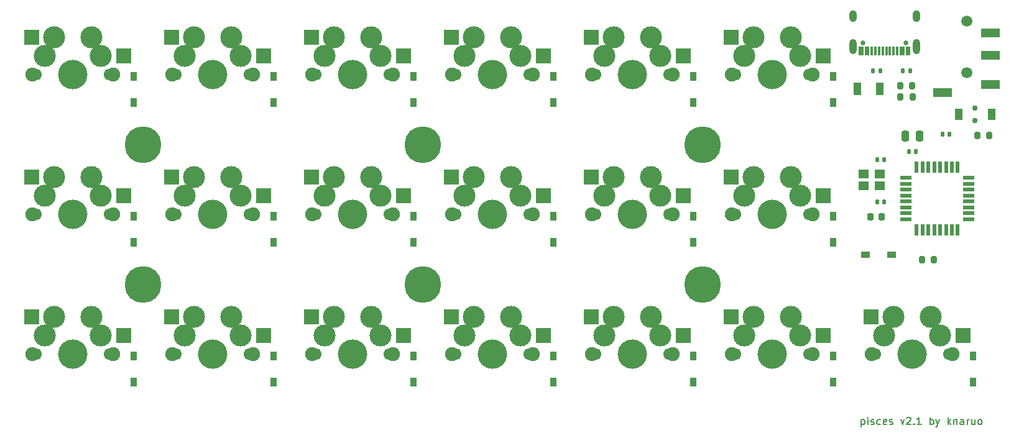
<source format=gbr>
%TF.GenerationSoftware,KiCad,Pcbnew,8.0.7*%
%TF.CreationDate,2024-12-30T11:07:06+09:00*%
%TF.ProjectId,pisces,70697363-6573-42e6-9b69-6361645f7063,rev?*%
%TF.SameCoordinates,Original*%
%TF.FileFunction,Soldermask,Top*%
%TF.FilePolarity,Negative*%
%FSLAX46Y46*%
G04 Gerber Fmt 4.6, Leading zero omitted, Abs format (unit mm)*
G04 Created by KiCad (PCBNEW 8.0.7) date 2024-12-30 11:07:06*
%MOMM*%
%LPD*%
G01*
G04 APERTURE LIST*
G04 Aperture macros list*
%AMRoundRect*
0 Rectangle with rounded corners*
0 $1 Rounding radius*
0 $2 $3 $4 $5 $6 $7 $8 $9 X,Y pos of 4 corners*
0 Add a 4 corners polygon primitive as box body*
4,1,4,$2,$3,$4,$5,$6,$7,$8,$9,$2,$3,0*
0 Add four circle primitives for the rounded corners*
1,1,$1+$1,$2,$3*
1,1,$1+$1,$4,$5*
1,1,$1+$1,$6,$7*
1,1,$1+$1,$8,$9*
0 Add four rect primitives between the rounded corners*
20,1,$1+$1,$2,$3,$4,$5,0*
20,1,$1+$1,$4,$5,$6,$7,0*
20,1,$1+$1,$6,$7,$8,$9,0*
20,1,$1+$1,$8,$9,$2,$3,0*%
G04 Aperture macros list end*
%ADD10C,0.150000*%
%ADD11C,5.000000*%
%ADD12RoundRect,0.140000X0.140000X0.170000X-0.140000X0.170000X-0.140000X-0.170000X0.140000X-0.170000X0*%
%ADD13RoundRect,0.140000X-0.140000X-0.170000X0.140000X-0.170000X0.140000X0.170000X-0.140000X0.170000X0*%
%ADD14RoundRect,0.250000X0.250000X0.475000X-0.250000X0.475000X-0.250000X-0.475000X0.250000X-0.475000X0*%
%ADD15RoundRect,0.225000X0.225000X0.250000X-0.225000X0.250000X-0.225000X-0.250000X0.225000X-0.250000X0*%
%ADD16R,1.060000X1.820000*%
%ADD17C,0.650000*%
%ADD18R,0.300000X1.150000*%
%ADD19O,1.000000X2.100000*%
%ADD20O,1.000000X1.600000*%
%ADD21RoundRect,0.200000X0.200000X0.275000X-0.200000X0.275000X-0.200000X-0.275000X0.200000X-0.275000X0*%
%ADD22RoundRect,0.200000X-0.200000X-0.275000X0.200000X-0.275000X0.200000X0.275000X-0.200000X0.275000X0*%
%ADD23C,1.900000*%
%ADD24C,1.700000*%
%ADD25C,3.000000*%
%ADD26C,4.000000*%
%ADD27R,2.000000X2.000000*%
%ADD28R,1.600000X0.550000*%
%ADD29R,0.550000X1.600000*%
%ADD30R,1.400000X1.200000*%
%ADD31C,1.500000*%
%ADD32R,2.500000X1.200000*%
%ADD33R,1.300000X0.950000*%
%ADD34C,0.750000*%
%ADD35R,1.100000X1.600000*%
%ADD36RoundRect,0.135000X0.135000X0.185000X-0.135000X0.185000X-0.135000X-0.185000X0.135000X-0.185000X0*%
%ADD37R,0.950000X1.300000*%
G04 APERTURE END LIST*
D10*
X164486023Y-88625152D02*
X164486023Y-89625152D01*
X164486023Y-88672771D02*
X164581261Y-88625152D01*
X164581261Y-88625152D02*
X164771737Y-88625152D01*
X164771737Y-88625152D02*
X164866975Y-88672771D01*
X164866975Y-88672771D02*
X164914594Y-88720390D01*
X164914594Y-88720390D02*
X164962213Y-88815628D01*
X164962213Y-88815628D02*
X164962213Y-89101342D01*
X164962213Y-89101342D02*
X164914594Y-89196580D01*
X164914594Y-89196580D02*
X164866975Y-89244200D01*
X164866975Y-89244200D02*
X164771737Y-89291819D01*
X164771737Y-89291819D02*
X164581261Y-89291819D01*
X164581261Y-89291819D02*
X164486023Y-89244200D01*
X165390785Y-89291819D02*
X165390785Y-88625152D01*
X165390785Y-88291819D02*
X165343166Y-88339438D01*
X165343166Y-88339438D02*
X165390785Y-88387057D01*
X165390785Y-88387057D02*
X165438404Y-88339438D01*
X165438404Y-88339438D02*
X165390785Y-88291819D01*
X165390785Y-88291819D02*
X165390785Y-88387057D01*
X165819356Y-89244200D02*
X165914594Y-89291819D01*
X165914594Y-89291819D02*
X166105070Y-89291819D01*
X166105070Y-89291819D02*
X166200308Y-89244200D01*
X166200308Y-89244200D02*
X166247927Y-89148961D01*
X166247927Y-89148961D02*
X166247927Y-89101342D01*
X166247927Y-89101342D02*
X166200308Y-89006104D01*
X166200308Y-89006104D02*
X166105070Y-88958485D01*
X166105070Y-88958485D02*
X165962213Y-88958485D01*
X165962213Y-88958485D02*
X165866975Y-88910866D01*
X165866975Y-88910866D02*
X165819356Y-88815628D01*
X165819356Y-88815628D02*
X165819356Y-88768009D01*
X165819356Y-88768009D02*
X165866975Y-88672771D01*
X165866975Y-88672771D02*
X165962213Y-88625152D01*
X165962213Y-88625152D02*
X166105070Y-88625152D01*
X166105070Y-88625152D02*
X166200308Y-88672771D01*
X167105070Y-89244200D02*
X167009832Y-89291819D01*
X167009832Y-89291819D02*
X166819356Y-89291819D01*
X166819356Y-89291819D02*
X166724118Y-89244200D01*
X166724118Y-89244200D02*
X166676499Y-89196580D01*
X166676499Y-89196580D02*
X166628880Y-89101342D01*
X166628880Y-89101342D02*
X166628880Y-88815628D01*
X166628880Y-88815628D02*
X166676499Y-88720390D01*
X166676499Y-88720390D02*
X166724118Y-88672771D01*
X166724118Y-88672771D02*
X166819356Y-88625152D01*
X166819356Y-88625152D02*
X167009832Y-88625152D01*
X167009832Y-88625152D02*
X167105070Y-88672771D01*
X167914594Y-89244200D02*
X167819356Y-89291819D01*
X167819356Y-89291819D02*
X167628880Y-89291819D01*
X167628880Y-89291819D02*
X167533642Y-89244200D01*
X167533642Y-89244200D02*
X167486023Y-89148961D01*
X167486023Y-89148961D02*
X167486023Y-88768009D01*
X167486023Y-88768009D02*
X167533642Y-88672771D01*
X167533642Y-88672771D02*
X167628880Y-88625152D01*
X167628880Y-88625152D02*
X167819356Y-88625152D01*
X167819356Y-88625152D02*
X167914594Y-88672771D01*
X167914594Y-88672771D02*
X167962213Y-88768009D01*
X167962213Y-88768009D02*
X167962213Y-88863247D01*
X167962213Y-88863247D02*
X167486023Y-88958485D01*
X168343166Y-89244200D02*
X168438404Y-89291819D01*
X168438404Y-89291819D02*
X168628880Y-89291819D01*
X168628880Y-89291819D02*
X168724118Y-89244200D01*
X168724118Y-89244200D02*
X168771737Y-89148961D01*
X168771737Y-89148961D02*
X168771737Y-89101342D01*
X168771737Y-89101342D02*
X168724118Y-89006104D01*
X168724118Y-89006104D02*
X168628880Y-88958485D01*
X168628880Y-88958485D02*
X168486023Y-88958485D01*
X168486023Y-88958485D02*
X168390785Y-88910866D01*
X168390785Y-88910866D02*
X168343166Y-88815628D01*
X168343166Y-88815628D02*
X168343166Y-88768009D01*
X168343166Y-88768009D02*
X168390785Y-88672771D01*
X168390785Y-88672771D02*
X168486023Y-88625152D01*
X168486023Y-88625152D02*
X168628880Y-88625152D01*
X168628880Y-88625152D02*
X168724118Y-88672771D01*
X169866976Y-88625152D02*
X170105071Y-89291819D01*
X170105071Y-89291819D02*
X170343166Y-88625152D01*
X170676500Y-88387057D02*
X170724119Y-88339438D01*
X170724119Y-88339438D02*
X170819357Y-88291819D01*
X170819357Y-88291819D02*
X171057452Y-88291819D01*
X171057452Y-88291819D02*
X171152690Y-88339438D01*
X171152690Y-88339438D02*
X171200309Y-88387057D01*
X171200309Y-88387057D02*
X171247928Y-88482295D01*
X171247928Y-88482295D02*
X171247928Y-88577533D01*
X171247928Y-88577533D02*
X171200309Y-88720390D01*
X171200309Y-88720390D02*
X170628881Y-89291819D01*
X170628881Y-89291819D02*
X171247928Y-89291819D01*
X171676500Y-89196580D02*
X171724119Y-89244200D01*
X171724119Y-89244200D02*
X171676500Y-89291819D01*
X171676500Y-89291819D02*
X171628881Y-89244200D01*
X171628881Y-89244200D02*
X171676500Y-89196580D01*
X171676500Y-89196580D02*
X171676500Y-89291819D01*
X172676499Y-89291819D02*
X172105071Y-89291819D01*
X172390785Y-89291819D02*
X172390785Y-88291819D01*
X172390785Y-88291819D02*
X172295547Y-88434676D01*
X172295547Y-88434676D02*
X172200309Y-88529914D01*
X172200309Y-88529914D02*
X172105071Y-88577533D01*
X173866976Y-89291819D02*
X173866976Y-88291819D01*
X173866976Y-88672771D02*
X173962214Y-88625152D01*
X173962214Y-88625152D02*
X174152690Y-88625152D01*
X174152690Y-88625152D02*
X174247928Y-88672771D01*
X174247928Y-88672771D02*
X174295547Y-88720390D01*
X174295547Y-88720390D02*
X174343166Y-88815628D01*
X174343166Y-88815628D02*
X174343166Y-89101342D01*
X174343166Y-89101342D02*
X174295547Y-89196580D01*
X174295547Y-89196580D02*
X174247928Y-89244200D01*
X174247928Y-89244200D02*
X174152690Y-89291819D01*
X174152690Y-89291819D02*
X173962214Y-89291819D01*
X173962214Y-89291819D02*
X173866976Y-89244200D01*
X174676500Y-88625152D02*
X174914595Y-89291819D01*
X175152690Y-88625152D02*
X174914595Y-89291819D01*
X174914595Y-89291819D02*
X174819357Y-89529914D01*
X174819357Y-89529914D02*
X174771738Y-89577533D01*
X174771738Y-89577533D02*
X174676500Y-89625152D01*
X176295548Y-89291819D02*
X176295548Y-88291819D01*
X176390786Y-88910866D02*
X176676500Y-89291819D01*
X176676500Y-88625152D02*
X176295548Y-89006104D01*
X177105072Y-88625152D02*
X177105072Y-89291819D01*
X177105072Y-88720390D02*
X177152691Y-88672771D01*
X177152691Y-88672771D02*
X177247929Y-88625152D01*
X177247929Y-88625152D02*
X177390786Y-88625152D01*
X177390786Y-88625152D02*
X177486024Y-88672771D01*
X177486024Y-88672771D02*
X177533643Y-88768009D01*
X177533643Y-88768009D02*
X177533643Y-89291819D01*
X178438405Y-89291819D02*
X178438405Y-88768009D01*
X178438405Y-88768009D02*
X178390786Y-88672771D01*
X178390786Y-88672771D02*
X178295548Y-88625152D01*
X178295548Y-88625152D02*
X178105072Y-88625152D01*
X178105072Y-88625152D02*
X178009834Y-88672771D01*
X178438405Y-89244200D02*
X178343167Y-89291819D01*
X178343167Y-89291819D02*
X178105072Y-89291819D01*
X178105072Y-89291819D02*
X178009834Y-89244200D01*
X178009834Y-89244200D02*
X177962215Y-89148961D01*
X177962215Y-89148961D02*
X177962215Y-89053723D01*
X177962215Y-89053723D02*
X178009834Y-88958485D01*
X178009834Y-88958485D02*
X178105072Y-88910866D01*
X178105072Y-88910866D02*
X178343167Y-88910866D01*
X178343167Y-88910866D02*
X178438405Y-88863247D01*
X178914596Y-89291819D02*
X178914596Y-88625152D01*
X178914596Y-88815628D02*
X178962215Y-88720390D01*
X178962215Y-88720390D02*
X179009834Y-88672771D01*
X179009834Y-88672771D02*
X179105072Y-88625152D01*
X179105072Y-88625152D02*
X179200310Y-88625152D01*
X179962215Y-88625152D02*
X179962215Y-89291819D01*
X179533644Y-88625152D02*
X179533644Y-89148961D01*
X179533644Y-89148961D02*
X179581263Y-89244200D01*
X179581263Y-89244200D02*
X179676501Y-89291819D01*
X179676501Y-89291819D02*
X179819358Y-89291819D01*
X179819358Y-89291819D02*
X179914596Y-89244200D01*
X179914596Y-89244200D02*
X179962215Y-89196580D01*
X180581263Y-89291819D02*
X180486025Y-89244200D01*
X180486025Y-89244200D02*
X180438406Y-89196580D01*
X180438406Y-89196580D02*
X180390787Y-89101342D01*
X180390787Y-89101342D02*
X180390787Y-88815628D01*
X180390787Y-88815628D02*
X180438406Y-88720390D01*
X180438406Y-88720390D02*
X180486025Y-88672771D01*
X180486025Y-88672771D02*
X180581263Y-88625152D01*
X180581263Y-88625152D02*
X180724120Y-88625152D01*
X180724120Y-88625152D02*
X180819358Y-88672771D01*
X180819358Y-88672771D02*
X180866977Y-88720390D01*
X180866977Y-88720390D02*
X180914596Y-88815628D01*
X180914596Y-88815628D02*
X180914596Y-89101342D01*
X180914596Y-89101342D02*
X180866977Y-89196580D01*
X180866977Y-89196580D02*
X180819358Y-89244200D01*
X180819358Y-89244200D02*
X180724120Y-89291819D01*
X180724120Y-89291819D02*
X180581263Y-89291819D01*
D11*
%TO.C,HOLE1*%
X66657000Y-51143500D03*
%TD*%
%TO.C,HOLE2*%
X66657000Y-70193500D03*
%TD*%
%TO.C,HOLE7*%
X104757000Y-51143500D03*
%TD*%
%TO.C,HOLE8*%
X104757000Y-70193500D03*
%TD*%
%TO.C,HOLE13*%
X142857000Y-51143500D03*
%TD*%
%TO.C,HOLE14*%
X142857000Y-70193500D03*
%TD*%
D12*
%TO.C,C1*%
X167632000Y-53213500D03*
X166672000Y-53213500D03*
%TD*%
D13*
%TO.C,C2*%
X166672000Y-58928500D03*
X167632000Y-58928500D03*
%TD*%
D12*
%TO.C,C3*%
X176522000Y-49721000D03*
X175562000Y-49721000D03*
%TD*%
D14*
%TO.C,C4*%
X172420000Y-49975000D03*
X170520000Y-49975000D03*
%TD*%
D15*
%TO.C,C5*%
X167292000Y-61000000D03*
X165742000Y-61000000D03*
%TD*%
D12*
%TO.C,C6*%
X171950000Y-52070500D03*
X170990000Y-52070500D03*
%TD*%
D16*
%TO.C,F1*%
X163972000Y-43500000D03*
X167028000Y-43500000D03*
%TD*%
D17*
%TO.C,J1*%
X170550000Y-37298500D03*
X164770000Y-37298500D03*
D18*
X171010000Y-38363500D03*
X170210000Y-38363500D03*
X168910000Y-38363500D03*
X167910000Y-38363500D03*
X167410000Y-38363500D03*
X166410000Y-38363500D03*
X165110000Y-38363500D03*
X164310000Y-38363500D03*
X164610000Y-38363500D03*
X165410000Y-38363500D03*
X165910000Y-38363500D03*
X166910000Y-38363500D03*
X168410000Y-38363500D03*
X169410000Y-38363500D03*
X169910000Y-38363500D03*
X170710000Y-38363500D03*
D19*
X171980000Y-37798500D03*
D20*
X171980000Y-33618500D03*
D19*
X163340000Y-37798500D03*
D20*
X163340000Y-33618500D03*
%TD*%
D21*
%TO.C,R1*%
X171457000Y-43118500D03*
X169807000Y-43118500D03*
%TD*%
%TO.C,R2*%
X171482000Y-44618500D03*
X169832000Y-44618500D03*
%TD*%
D22*
%TO.C,R3*%
X180297000Y-49911500D03*
X181947000Y-49911500D03*
%TD*%
D21*
%TO.C,R4*%
X174390500Y-66802500D03*
X172740500Y-66802500D03*
%TD*%
D23*
%TO.C,SW1*%
X51632000Y-41618500D03*
D24*
X52052000Y-41618500D03*
D25*
X53322000Y-39078500D03*
X54592000Y-36538500D03*
D26*
X57132000Y-41618500D03*
D25*
X59672000Y-36538500D03*
X60942000Y-39078500D03*
D24*
X62212000Y-41618500D03*
D23*
X62632000Y-41618500D03*
D27*
X51532000Y-36538500D03*
X64032000Y-39078500D03*
%TD*%
D23*
%TO.C,SW2*%
X51632000Y-60668500D03*
D24*
X52052000Y-60668500D03*
D25*
X53322000Y-58128500D03*
X54592000Y-55588500D03*
D26*
X57132000Y-60668500D03*
D25*
X59672000Y-55588500D03*
X60942000Y-58128500D03*
D24*
X62212000Y-60668500D03*
D23*
X62632000Y-60668500D03*
D27*
X51532000Y-55588500D03*
X64032000Y-58128500D03*
%TD*%
D23*
%TO.C,SW3*%
X51632000Y-79718500D03*
D24*
X52052000Y-79718500D03*
D25*
X53322000Y-77178500D03*
X54592000Y-74638500D03*
D26*
X57132000Y-79718500D03*
D25*
X59672000Y-74638500D03*
X60942000Y-77178500D03*
D24*
X62212000Y-79718500D03*
D23*
X62632000Y-79718500D03*
D27*
X51532000Y-74638500D03*
X64032000Y-77178500D03*
%TD*%
D23*
%TO.C,SW4*%
X70682000Y-41618500D03*
D24*
X71102000Y-41618500D03*
D25*
X72372000Y-39078500D03*
X73642000Y-36538500D03*
D26*
X76182000Y-41618500D03*
D25*
X78722000Y-36538500D03*
X79992000Y-39078500D03*
D24*
X81262000Y-41618500D03*
D23*
X81682000Y-41618500D03*
D27*
X70582000Y-36538500D03*
X83082000Y-39078500D03*
%TD*%
D23*
%TO.C,SW5*%
X70682000Y-60668500D03*
D24*
X71102000Y-60668500D03*
D25*
X72372000Y-58128500D03*
X73642000Y-55588500D03*
D26*
X76182000Y-60668500D03*
D25*
X78722000Y-55588500D03*
X79992000Y-58128500D03*
D24*
X81262000Y-60668500D03*
D23*
X81682000Y-60668500D03*
D27*
X70582000Y-55588500D03*
X83082000Y-58128500D03*
%TD*%
D23*
%TO.C,SW6*%
X70682000Y-79718500D03*
D24*
X71102000Y-79718500D03*
D25*
X72372000Y-77178500D03*
X73642000Y-74638500D03*
D26*
X76182000Y-79718500D03*
D25*
X78722000Y-74638500D03*
X79992000Y-77178500D03*
D24*
X81262000Y-79718500D03*
D23*
X81682000Y-79718500D03*
D27*
X70582000Y-74638500D03*
X83082000Y-77178500D03*
%TD*%
D23*
%TO.C,SW7*%
X89732000Y-41618500D03*
D24*
X90152000Y-41618500D03*
D25*
X91422000Y-39078500D03*
X92692000Y-36538500D03*
D26*
X95232000Y-41618500D03*
D25*
X97772000Y-36538500D03*
X99042000Y-39078500D03*
D24*
X100312000Y-41618500D03*
D23*
X100732000Y-41618500D03*
D27*
X89632000Y-36538500D03*
X102132000Y-39078500D03*
%TD*%
D23*
%TO.C,SW8*%
X89732000Y-60668500D03*
D24*
X90152000Y-60668500D03*
D25*
X91422000Y-58128500D03*
X92692000Y-55588500D03*
D26*
X95232000Y-60668500D03*
D25*
X97772000Y-55588500D03*
X99042000Y-58128500D03*
D24*
X100312000Y-60668500D03*
D23*
X100732000Y-60668500D03*
D27*
X89632000Y-55588500D03*
X102132000Y-58128500D03*
%TD*%
D23*
%TO.C,SW9*%
X89732000Y-79718500D03*
D24*
X90152000Y-79718500D03*
D25*
X91422000Y-77178500D03*
X92692000Y-74638500D03*
D26*
X95232000Y-79718500D03*
D25*
X97772000Y-74638500D03*
X99042000Y-77178500D03*
D24*
X100312000Y-79718500D03*
D23*
X100732000Y-79718500D03*
D27*
X89632000Y-74638500D03*
X102132000Y-77178500D03*
%TD*%
D23*
%TO.C,SW10*%
X108782000Y-41618500D03*
D24*
X109202000Y-41618500D03*
D25*
X110472000Y-39078500D03*
X111742000Y-36538500D03*
D26*
X114282000Y-41618500D03*
D25*
X116822000Y-36538500D03*
X118092000Y-39078500D03*
D24*
X119362000Y-41618500D03*
D23*
X119782000Y-41618500D03*
D27*
X108682000Y-36538500D03*
X121182000Y-39078500D03*
%TD*%
D23*
%TO.C,SW11*%
X108782000Y-60668500D03*
D24*
X109202000Y-60668500D03*
D25*
X110472000Y-58128500D03*
X111742000Y-55588500D03*
D26*
X114282000Y-60668500D03*
D25*
X116822000Y-55588500D03*
X118092000Y-58128500D03*
D24*
X119362000Y-60668500D03*
D23*
X119782000Y-60668500D03*
D27*
X108682000Y-55588500D03*
X121182000Y-58128500D03*
%TD*%
D23*
%TO.C,SW12*%
X108782000Y-79718500D03*
D24*
X109202000Y-79718500D03*
D25*
X110472000Y-77178500D03*
X111742000Y-74638500D03*
D26*
X114282000Y-79718500D03*
D25*
X116822000Y-74638500D03*
X118092000Y-77178500D03*
D24*
X119362000Y-79718500D03*
D23*
X119782000Y-79718500D03*
D27*
X108682000Y-74638500D03*
X121182000Y-77178500D03*
%TD*%
D23*
%TO.C,SW13*%
X127832000Y-41618500D03*
D24*
X128252000Y-41618500D03*
D25*
X129522000Y-39078500D03*
X130792000Y-36538500D03*
D26*
X133332000Y-41618500D03*
D25*
X135872000Y-36538500D03*
X137142000Y-39078500D03*
D24*
X138412000Y-41618500D03*
D23*
X138832000Y-41618500D03*
D27*
X127732000Y-36538500D03*
X140232000Y-39078500D03*
%TD*%
D23*
%TO.C,SW14*%
X127832000Y-60668500D03*
D24*
X128252000Y-60668500D03*
D25*
X129522000Y-58128500D03*
X130792000Y-55588500D03*
D26*
X133332000Y-60668500D03*
D25*
X135872000Y-55588500D03*
X137142000Y-58128500D03*
D24*
X138412000Y-60668500D03*
D23*
X138832000Y-60668500D03*
D27*
X127732000Y-55588500D03*
X140232000Y-58128500D03*
%TD*%
D23*
%TO.C,SW15*%
X127832000Y-79718500D03*
D24*
X128252000Y-79718500D03*
D25*
X129522000Y-77178500D03*
X130792000Y-74638500D03*
D26*
X133332000Y-79718500D03*
D25*
X135872000Y-74638500D03*
X137142000Y-77178500D03*
D24*
X138412000Y-79718500D03*
D23*
X138832000Y-79718500D03*
D27*
X127732000Y-74638500D03*
X140232000Y-77178500D03*
%TD*%
D23*
%TO.C,SW16*%
X146882000Y-41618500D03*
D24*
X147302000Y-41618500D03*
D25*
X148572000Y-39078500D03*
X149842000Y-36538500D03*
D26*
X152382000Y-41618500D03*
D25*
X154922000Y-36538500D03*
X156192000Y-39078500D03*
D24*
X157462000Y-41618500D03*
D23*
X157882000Y-41618500D03*
D27*
X146782000Y-36538500D03*
X159282000Y-39078500D03*
%TD*%
D23*
%TO.C,SW17*%
X146882000Y-60668500D03*
D24*
X147302000Y-60668500D03*
D25*
X148572000Y-58128500D03*
X149842000Y-55588500D03*
D26*
X152382000Y-60668500D03*
D25*
X154922000Y-55588500D03*
X156192000Y-58128500D03*
D24*
X157462000Y-60668500D03*
D23*
X157882000Y-60668500D03*
D27*
X146782000Y-55588500D03*
X159282000Y-58128500D03*
%TD*%
D23*
%TO.C,SW18*%
X146882000Y-79718500D03*
D24*
X147302000Y-79718500D03*
D25*
X148572000Y-77178500D03*
X149842000Y-74638500D03*
D26*
X152382000Y-79718500D03*
D25*
X154922000Y-74638500D03*
X156192000Y-77178500D03*
D24*
X157462000Y-79718500D03*
D23*
X157882000Y-79718500D03*
D27*
X146782000Y-74638500D03*
X159282000Y-77178500D03*
%TD*%
D23*
%TO.C,SW19*%
X165932000Y-79718500D03*
D24*
X166352000Y-79718500D03*
D25*
X167622000Y-77178500D03*
X168892000Y-74638500D03*
D26*
X171432000Y-79718500D03*
D25*
X173972000Y-74638500D03*
X175242000Y-77178500D03*
D24*
X176512000Y-79718500D03*
D23*
X176932000Y-79718500D03*
D27*
X165832000Y-74638500D03*
X178332000Y-77178500D03*
%TD*%
D28*
%TO.C,U1*%
X170585500Y-55684000D03*
X170585500Y-56484000D03*
X170585500Y-57284000D03*
X170585500Y-58084000D03*
X170585500Y-58884000D03*
X170585500Y-59684000D03*
X170585500Y-60484000D03*
X170585500Y-61284000D03*
D29*
X172035500Y-62734000D03*
X172835500Y-62734000D03*
X173635500Y-62734000D03*
X174435500Y-62734000D03*
X175235500Y-62734000D03*
X176035500Y-62734000D03*
X176835500Y-62734000D03*
X177635500Y-62734000D03*
D28*
X179085500Y-61284000D03*
X179085500Y-60484000D03*
X179085500Y-59684000D03*
X179085500Y-58884000D03*
X179085500Y-58084000D03*
X179085500Y-57284000D03*
X179085500Y-56484000D03*
X179085500Y-55684000D03*
D29*
X177635500Y-54234000D03*
X176835500Y-54234000D03*
X176035500Y-54234000D03*
X175235500Y-54234000D03*
X174435500Y-54234000D03*
X173635500Y-54234000D03*
X172835500Y-54234000D03*
X172035500Y-54234000D03*
%TD*%
D30*
%TO.C,Y1*%
X166982000Y-55144000D03*
X164782000Y-55144000D03*
X164782000Y-56744000D03*
X166982000Y-56744000D03*
%TD*%
D31*
%TO.C,J2*%
X178836000Y-34341500D03*
X178836000Y-41341500D03*
D32*
X182086000Y-38941500D03*
X182086000Y-35941500D03*
X175586000Y-44041500D03*
X182086000Y-42941500D03*
%TD*%
D33*
%TO.C,D_H1*%
X165059500Y-66104000D03*
X168609500Y-66104000D03*
%TD*%
D34*
%TO.C,RSTSW1*%
X179979000Y-46190500D03*
X179979000Y-47890500D03*
D35*
X177729000Y-46990500D03*
X182229000Y-46990500D03*
%TD*%
D36*
%TO.C,R5*%
X171142000Y-41118500D03*
X170122000Y-41118500D03*
%TD*%
%TO.C,R6*%
X167132000Y-41118500D03*
X166112000Y-41118500D03*
%TD*%
D37*
%TO.C,D1*%
X65425000Y-45400000D03*
X65425000Y-41850000D03*
%TD*%
%TO.C,D2*%
X65425000Y-64450000D03*
X65425000Y-60900000D03*
%TD*%
%TO.C,D3*%
X65425000Y-83500000D03*
X65425000Y-79950000D03*
%TD*%
%TO.C,D7*%
X103525000Y-45400000D03*
X103525000Y-41850000D03*
%TD*%
%TO.C,D8*%
X103525000Y-64450000D03*
X103525000Y-60900000D03*
%TD*%
%TO.C,D10*%
X122575000Y-45400000D03*
X122575000Y-41850000D03*
%TD*%
%TO.C,D11*%
X122575000Y-64450000D03*
X122575000Y-60900000D03*
%TD*%
%TO.C,D12*%
X122575000Y-83500000D03*
X122575000Y-79950000D03*
%TD*%
%TO.C,D14*%
X141625000Y-64450000D03*
X141625000Y-60900000D03*
%TD*%
%TO.C,D15*%
X141625000Y-83500000D03*
X141625000Y-79950000D03*
%TD*%
%TO.C,D17*%
X160675000Y-64450000D03*
X160675000Y-60900000D03*
%TD*%
%TO.C,D18*%
X160675000Y-83500000D03*
X160675000Y-79950000D03*
%TD*%
%TO.C,D4*%
X84474999Y-45400000D03*
X84474999Y-41850000D03*
%TD*%
%TO.C,D5*%
X84474999Y-64450000D03*
X84474999Y-60900000D03*
%TD*%
%TO.C,D6*%
X84474999Y-83500000D03*
X84474999Y-79950000D03*
%TD*%
%TO.C,D9*%
X103525000Y-83500000D03*
X103525000Y-79950000D03*
%TD*%
%TO.C,D13*%
X141625000Y-45400000D03*
X141625000Y-41850000D03*
%TD*%
%TO.C,D16*%
X160675000Y-45400000D03*
X160675000Y-41850000D03*
%TD*%
%TO.C,D19*%
X179725000Y-83500000D03*
X179725000Y-79950000D03*
%TD*%
M02*

</source>
